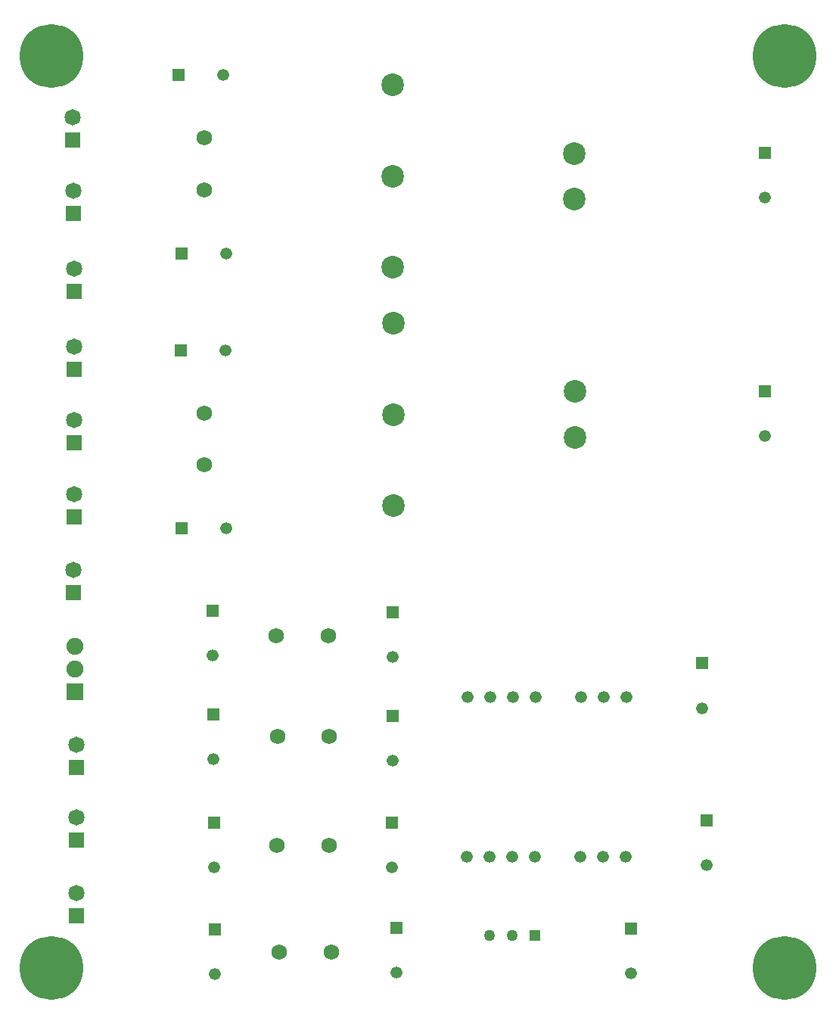
<source format=gbr>
G04 Layer_Color=16711935*
%FSLAX45Y45*%
%MOMM*%
%TF.FileFunction,Soldermask,Bot*%
%TF.Part,Single*%
G01*
G75*
%TA.AperFunction,ComponentPad*%
%ADD36C,2.53000*%
%TA.AperFunction,ViaPad*%
%ADD37C,7.13000*%
%TA.AperFunction,ComponentPad*%
%ADD38C,1.33000*%
%ADD39R,1.26000X1.26000*%
%ADD40C,1.26000*%
%ADD41R,1.33000X1.33000*%
%ADD42C,1.73000*%
%ADD43R,1.82000X1.82000*%
%ADD44C,1.82000*%
%ADD45R,1.91500X1.91500*%
%ADD46C,1.91500*%
%ADD47R,1.33000X1.33000*%
D36*
X4227500Y6590000D02*
D03*
X4227500Y5570000D02*
D03*
Y7610000D02*
D03*
X6257500Y6335000D02*
D03*
Y6844999D02*
D03*
X4217500Y9255000D02*
D03*
X4217500Y8235000D02*
D03*
Y10275000D02*
D03*
X6247500Y9000000D02*
D03*
X6247500Y9510000D02*
D03*
D37*
X8600000Y10600000D02*
D03*
Y400000D02*
D03*
X400000D02*
D03*
Y10600000D02*
D03*
D38*
X5045999Y1640000D02*
D03*
X5300000Y1640000D02*
D03*
X5554000Y1640000D02*
D03*
X5808000D02*
D03*
X6316000D02*
D03*
X6570000Y1640000D02*
D03*
X6824000Y1640000D02*
D03*
X4255000Y342500D02*
D03*
X2212500Y1525000D02*
D03*
X2207501Y2729999D02*
D03*
X8382500Y6350000D02*
D03*
X5051000Y3427500D02*
D03*
X5305000D02*
D03*
X5559000Y3427500D02*
D03*
X5813000D02*
D03*
X6321000D02*
D03*
X6575000Y3427500D02*
D03*
X6829000Y3427500D02*
D03*
X8382500Y9012500D02*
D03*
X2227500Y327500D02*
D03*
X6885000Y337500D02*
D03*
X4202500Y1520000D02*
D03*
X7730000Y1545000D02*
D03*
X2200000Y3890000D02*
D03*
X4215000Y2717500D02*
D03*
Y3877500D02*
D03*
X7680000Y3305000D02*
D03*
X2352500Y5320000D02*
D03*
X2345000Y7310000D02*
D03*
X2350000Y8390000D02*
D03*
X2322501Y10390000D02*
D03*
D39*
X5802500Y765000D02*
D03*
D40*
X5548500D02*
D03*
X5294500D02*
D03*
D41*
X4255000Y842500D02*
D03*
X2212500Y2025001D02*
D03*
X2207501Y3230000D02*
D03*
X8382500Y6850000D02*
D03*
Y9512500D02*
D03*
X2227500Y827500D02*
D03*
X6885000Y837500D02*
D03*
X4202500Y2020001D02*
D03*
X7730000Y2045000D02*
D03*
X2200000Y4390000D02*
D03*
X4215000Y3217500D02*
D03*
Y4377500D02*
D03*
X7680000Y3805000D02*
D03*
D42*
X2922500Y1770000D02*
D03*
X3502500Y1770000D02*
D03*
X2102500Y6025001D02*
D03*
Y6605000D02*
D03*
X2105000Y9102500D02*
D03*
Y9682500D02*
D03*
X3507500Y2985000D02*
D03*
X2927500D02*
D03*
X2912500Y4115000D02*
D03*
X3492500D02*
D03*
X2947500Y577500D02*
D03*
X3527500D02*
D03*
D43*
X646500Y7970001D02*
D03*
X636500Y9662500D02*
D03*
X644500Y8840500D02*
D03*
X674000Y981001D02*
D03*
X644500Y4598000D02*
D03*
X646500Y5446000D02*
D03*
X652000Y6275500D02*
D03*
X676499Y1828501D02*
D03*
X671999Y2643001D02*
D03*
X649500Y7093001D02*
D03*
D44*
X646500Y8224001D02*
D03*
X636500Y9916500D02*
D03*
X644500Y9094500D02*
D03*
X674000Y1235001D02*
D03*
X644500Y4852000D02*
D03*
X646500Y5700000D02*
D03*
X652000Y6529500D02*
D03*
X676500Y2082500D02*
D03*
X671999Y2897000D02*
D03*
X649500Y7347001D02*
D03*
D45*
X654999Y3486000D02*
D03*
D46*
Y3994000D02*
D03*
Y3740000D02*
D03*
D47*
X1852500Y5320000D02*
D03*
X1845000Y7310000D02*
D03*
X1850000Y8390000D02*
D03*
X1822500Y10390000D02*
D03*
%TF.MD5,3bc9aff7aa659959d675a09bb99d3e4d*%
M02*

</source>
